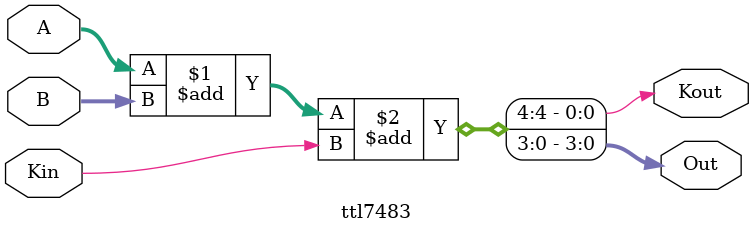
<source format=v>
module ttl7483(Out, Kout, A, B, Kin);
    output [3:0] Out;
    output Kout;
    input [3:0] A;
    input [3:0] B;
    input Kin;

    // Motorola 74LS83
    // C0->C4 propagation #(0:15:22)
    assign #(0:16:24) {Kout,Out} = A + B + Kin;
endmodule

</source>
